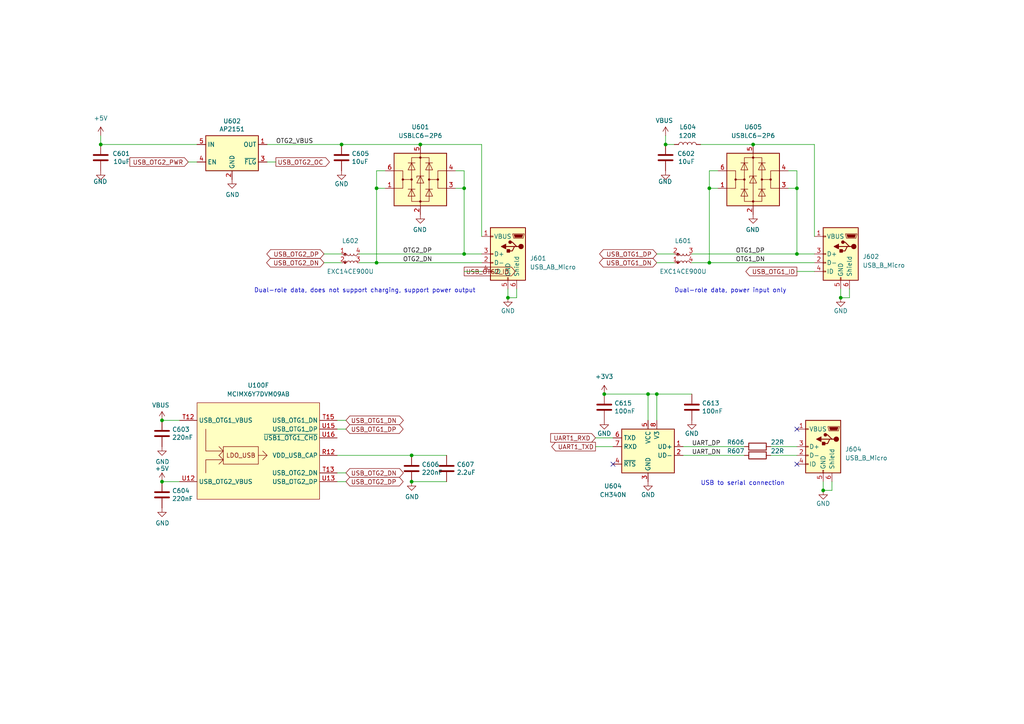
<source format=kicad_sch>
(kicad_sch (version 20210621) (generator eeschema)
  (paper "A4")
  (title_block (title "NekoInk Mainboard") (date "2021-09-28") (rev "R0.2") (company "Copyright 2021 Wenting Zhang") (comment 2 "MERCHANTABILITY, SATISFACTORY QUALITY AND FITNESS FOR A PARTICULAR PURPOSE.") (comment 3 "This source is distributed WITHOUT ANY EXPRESS OR IMPLIED WARRANTY, INCLUDING OF") (comment 4 "This source describes Open Hardware and is licensed under the CERN-OHL-P v2."))
  (lib_symbols
    (symbol "Connector:USB_B_Micro" (pin_names (offset 1.016))
      (property "Reference" "J" (at -5.08 11.43 0))
      (property "Value" "USB_B_Micro" (at -5.08 8.89 0))
      (symbol "USB_B_Micro_1_1"
        (pin power_out line (at 7.62 5.08 180) (length 2.54) (name "VBUS") (number "1"))
        (pin bidirectional line (at 7.62 -2.54 180) (length 2.54) (name "D-") (number "2"))
        (pin bidirectional line (at 7.62 0 180) (length 2.54) (name "D+") (number "3"))
        (pin passive line (at 7.62 -5.08 180) (length 2.54) (name "ID") (number "4"))
        (pin power_out line (at 0 -10.16 90) (length 2.54) (name "GND") (number "5"))
        (pin passive line (at -2.54 -10.16 90) (length 2.54) (name "Shield") (number "6"))
      )
    )
    (symbol "Device:C" (pin_numbers hide) (pin_names (offset 0.254))
      (property "Reference" "C" (at 0.635 2.54 0))
      (property "Value" "C" (at 0.635 -2.54 0))
      (symbol "C_1_1"
        (pin passive line (at 0 3.81 270) (length 2.794) (name "~") (number "1"))
        (pin passive line (at 0 -3.81 90) (length 2.794) (name "~") (number "2"))
      )
    )
    (symbol "Device:L" (pin_numbers hide) (pin_names (offset 1.016) hide)
      (property "Reference" "L" (at -1.27 0 90))
      (property "Value" "L" (at 1.905 0 90))
      (symbol "L_1_1"
        (pin passive line (at 0 3.81 270) (length 1.27) (name "1") (number "1"))
        (pin passive line (at 0 -3.81 90) (length 1.27) (name "2") (number "2"))
      )
    )
    (symbol "Device:L_Coupled_Small_1423" (pin_names (offset 0.254) hide)
      (property "Reference" "L" (at 0 3.175 0))
      (property "Value" "L_Coupled_Small_1423" (at 0 -3.175 0))
      (symbol "L_Coupled_Small_1423_1_1"
        (pin passive line (at -2.54 1.27 0) (length 0.508) (name "1") (number "1"))
        (pin passive line (at -2.54 -1.27 0) (length 0.508) (name "2") (number "2"))
        (pin passive line (at 2.54 -1.27 180) (length 0.508) (name "3") (number "3"))
        (pin passive line (at 2.54 1.27 180) (length 0.508) (name "4") (number "4"))
      )
    )
    (symbol "Device:R" (pin_numbers hide) (pin_names (offset 0))
      (property "Reference" "R" (at 2.032 0 90))
      (property "Value" "R" (at 0 0 90))
      (symbol "R_1_1"
        (pin passive line (at 0 3.81 270) (length 1.27) (name "~") (number "1"))
        (pin passive line (at 0 -3.81 90) (length 1.27) (name "~") (number "2"))
      )
    )
    (symbol "MCIMX6Y7DVM09AB_7"
      (property "Reference" "U" (at 0 0 0))
      (property "Value" "MCIMX6Y7DVM09AB_7" (at 0 -2.54 0))
      (symbol "MCIMX6Y7DVM09AB_7_1_0"
        (text "LDO_1P1" (at 0 -58.42 0) (effects (font (size 1.27 1.27))))
        (text "LDO_2P5" (at 0 -50.8 0) (effects (font (size 1.27 1.27))))
        (text "LDO_ARM_SOC" (at 0 -27.94 0) (effects (font (size 1.27 1.27))))
        (text "LDO_SNVS" (at 0 -66.04 0) (effects (font (size 1.27 1.27))))
      )
      (symbol "MCIMX6Y7DVM09AB_7_1_1"
        (pin power_in line (at -33.02 -73.66 0) (length 5.08) (name "VSS") (number "A1"))
        (pin power_in line (at -33.02 -76.2 0) (length 5.08) (name "VSS") (number "A17"))
        (pin power_in line (at -33.02 -83.82 0) (length 5.08) (name "VSS") (number "C11"))
        (pin power_in line (at -33.02 -86.36 0) (length 5.08) (name "VSS") (number "C15"))
        (pin power_in line (at -33.02 -78.74 0) (length 5.08) (name "VSS") (number "C3"))
        (pin power_in line (at -33.02 -81.28 0) (length 5.08) (name "VSS") (number "C7"))
        (pin power_in line (at -33.02 -91.44 0) (length 5.08) (name "VSS") (number "E11"))
        (pin power_in line (at -33.02 -88.9 0) (length 5.08) (name "VSS") (number "E8"))
        (pin power_in line (at -33.02 -104.14 0) (length 5.08) (name "VSS") (number "F10"))
        (pin power_in line (at -33.02 -106.68 0) (length 5.08) (name "VSS") (number "F11"))
        (pin power_in line (at -33.02 -109.22 0) (length 5.08) (name "VSS") (number "F12"))
        (pin power_in line (at -33.02 -93.98 0) (length 5.08) (name "VSS") (number "F6"))
        (pin power_in line (at -33.02 -96.52 0) (length 5.08) (name "VSS") (number "F7"))
        (pin power_in line (at -33.02 -99.06 0) (length 5.08) (name "VSS") (number "F8"))
        (pin power_in line (at -33.02 -101.6 0) (length 5.08) (name "VSS") (number "F9"))
        (pin power_out line (at 33.02 -12.7 180) (length 5.08) (name "VDD_ARM_CAP") (number "G10"))
        (pin power_out line (at 33.02 -15.24 180) (length 5.08) (name "VDD_ARM_CAP") (number "G11"))
        (pin power_in line (at -33.02 -119.38 0) (length 5.08) (name "VSS") (number "G12"))
        (pin power_in line (at -33.02 -121.92 0) (length 5.08) (name "VSS") (number "G15"))
        (pin power_in line (at -33.02 -111.76 0) (length 5.08) (name "VSS") (number "G3"))
        (pin power_in line (at -33.02 -114.3 0) (length 5.08) (name "VSS") (number "G5"))
        (pin power_in line (at -33.02 -116.84 0) (length 5.08) (name "VSS") (number "G7"))
        (pin power_out line (at 33.02 -22.86 180) (length 5.08) (name "VDD_SOC_CAP") (number "G8"))
        (pin power_out line (at 33.02 -10.16 180) (length 5.08) (name "VDD_ARM_CAP") (number "G9"))
        (pin power_in line (at -33.02 -25.4 0) (length 5.08) (name "VDD_SOC_IN") (number "H10"))
        (pin power_out line (at 33.02 -17.78 180) (length 5.08) (name "VDD_ARM_CAP") (number "H11"))
        (pin power_in line (at -33.02 -127 0) (length 5.08) (name "VSS") (number "H12"))
        (pin power_in line (at -33.02 -124.46 0) (length 5.08) (name "VSS") (number "H7"))
        (pin power_out line (at 33.02 -25.4 180) (length 5.08) (name "VDD_SOC_CAP") (number "H8"))
        (pin power_in line (at -33.02 -22.86 0) (length 5.08) (name "VDD_SOC_IN") (number "H9"))
        (pin power_in line (at -33.02 -30.48 0) (length 5.08) (name "VDD_SOC_IN") (number "J10"))
        (pin power_out line (at 33.02 -30.48 180) (length 5.08) (name "VDD_SOC_CAP") (number "J11"))
        (pin power_out line (at 33.02 -127 180) (length 5.08) (name "VSS") (number "J12"))
        (pin power_in line (at -33.02 -129.54 0) (length 5.08) (name "VSS") (number "J5"))
        (pin power_out line (at 33.02 -129.54 180) (length 5.08) (name "VSS") (number "J7"))
        (pin power_out line (at 33.02 -27.94 180) (length 5.08) (name "VDD_SOC_CAP") (number "J8"))
        (pin power_in line (at -33.02 -27.94 0) (length 5.08) (name "VDD_SOC_IN") (number "J9"))
        (pin power_in line (at -33.02 -35.56 0) (length 5.08) (name "VDD_SOC_IN") (number "K10"))
        (pin power_out line (at 33.02 -35.56 180) (length 5.08) (name "VDD_SOC_CAP") (number "K11"))
        (pin power_out line (at 33.02 -121.92 180) (length 5.08) (name "VSS") (number "K12"))
        (pin power_out line (at 33.02 -124.46 180) (length 5.08) (name "VSS") (number "K7"))
        (pin power_out line (at 33.02 -33.02 180) (length 5.08) (name "VDD_SOC_CAP") (number "K8"))
        (pin power_in line (at -33.02 -33.02 0) (length 5.08) (name "VDD_SOC_IN") (number "K9"))
        (pin power_out line (at 33.02 -43.18 180) (length 5.08) (name "VDD_SOC_CAP") (number "L10"))
        (pin power_out line (at 33.02 -45.72 180) (length 5.08) (name "VDD_SOC_CAP") (number "L11"))
        (pin power_out line (at 33.02 -114.3 180) (length 5.08) (name "VSS") (number "L12"))
        (pin power_out line (at 33.02 -119.38 180) (length 5.08) (name "VSS") (number "L3"))
        (pin power_out line (at 33.02 -116.84 180) (length 5.08) (name "VSS") (number "L7"))
        (pin power_out line (at 33.02 -38.1 180) (length 5.08) (name "VDD_SOC_CAP") (number "L8"))
        (pin power_out line (at 33.02 -40.64 180) (length 5.08) (name "VDD_SOC_CAP") (number "L9"))
        (pin power_out line (at 33.02 -104.14 180) (length 5.08) (name "VSS") (number "M10"))
        (pin power_out line (at 33.02 -101.6 180) (length 5.08) (name "VSS") (number "M11"))
        (pin power_in line (at -33.02 -71.12 0) (length 5.08) (name "NGND_KEL0") (number "M12"))
        (pin power_out line (at 33.02 -111.76 180) (length 5.08) (name "VSS") (number "M7"))
        (pin power_out line (at 33.02 -109.22 180) (length 5.08) (name "VSS") (number "M8"))
        (pin power_out line (at 33.02 -106.68 180) (length 5.08) (name "VSS") (number "M9"))
        (pin power_out line (at 33.02 -66.04 180) (length 5.08) (name "VDD_SNVS_CAP") (number "N12"))
        (pin power_in line (at -33.02 -50.8 0) (length 5.08) (name "VDD_HIGH_IN") (number "N13"))
        (pin power_out line (at 33.02 -99.06 180) (length 5.08) (name "VSS") (number "N3"))
        (pin power_out line (at 33.02 -96.52 180) (length 5.08) (name "VSS") (number "N5"))
        (pin power_in line (at -33.02 -66.04 0) (length 5.08) (name "VDD_SNVS_IN") (number "P12"))
        (pin power_out line (at 33.02 -58.42 180) (length 5.08) (name "NVCC_PLL") (number "P13"))
        (pin power_out line (at 33.02 -86.36 180) (length 5.08) (name "VSS") (number "R11"))
        (pin power_out line (at 33.02 -50.8 180) (length 5.08) (name "VDD_HIGH_CAP") (number "R14"))
        (pin power_out line (at 33.02 -53.34 180) (length 5.08) (name "VDD_HIGH_CAP") (number "R15"))
        (pin power_out line (at 33.02 -83.82 180) (length 5.08) (name "VSS") (number "R16"))
        (pin power_out line (at 33.02 -81.28 180) (length 5.08) (name "VSS") (number "R17"))
        (pin power_out line (at 33.02 -93.98 180) (length 5.08) (name "VSS") (number "R3"))
        (pin power_out line (at 33.02 -91.44 180) (length 5.08) (name "VSS") (number "R5"))
        (pin power_out line (at 33.02 -88.9 180) (length 5.08) (name "VSS") (number "R7"))
        (pin power_out line (at 33.02 -78.74 180) (length 5.08) (name "VSS") (number "T14"))
        (pin power_out line (at 33.02 -76.2 180) (length 5.08) (name "VSS") (number "U1"))
        (pin power_out line (at 33.02 -73.66 180) (length 5.08) (name "VSS") (number "U14"))
        (pin power_out line (at 33.02 -71.12 180) (length 5.08) (name "VSS") (number "U17"))
      )
      (symbol "MCIMX6Y7DVM09AB_7_2_1"
        (text "NVCC_GPIO" (at 7.62 -16.51 900) (effects (font (size 1.27 1.27))))
        (text "NVCC_PLL" (at -10.16 -66.04 900) (effects (font (size 1.27 1.27))))
        (text "NVCC_UART" (at 5.08 -71.12 900) (effects (font (size 1.27 1.27))))
        (text "VDD_SNVS_CAP" (at -5.08 -78.74 900) (effects (font (size 1.27 1.27))))
        (text "VDD_SNVS_IN" (at -2.54 -33.02 900) (effects (font (size 1.27 1.27))))
        (text "VDDHIGH_CAP" (at 7.62 -33.02 900) (effects (font (size 1.27 1.27))))
        (text "VDDHIGH_IN" (at -10.16 -91.44 900) (effects (font (size 1.27 1.27))))
        (pin output line (at 27.94 -91.44 180) (length 5.08) (name "UART5_TX_DATA") (number "F17"))
        (pin input line (at 27.94 -93.98 180) (length 5.08) (name "UART5_RX_DATA") (number "G13"))
        (pin output line (at 27.94 -78.74 180) (length 5.08) (name "~{UART3_RTS}") (number "G14"))
        (pin input line (at 27.94 -86.36 180) (length 5.08) (name "UART4_RX_DATA") (number "G16"))
        (pin output line (at 27.94 -83.82 180) (length 5.08) (name "UART4_TX_DATA") (number "G17"))
        (pin power_in line (at 27.94 -40.64 180) (length 5.08) (name "NVCC_UART") (number "H13"))
        (pin output line (at 27.94 -66.04 180) (length 5.08) (name "~{UART2_RTS}") (number "H14"))
        (pin output line (at 27.94 -76.2 180) (length 5.08) (name "~{UART3_CTS}") (number "H15"))
        (pin input line (at 27.94 -73.66 180) (length 5.08) (name "UART3_RX_DATA") (number "H16"))
        (pin output line (at 27.94 -71.12 180) (length 5.08) (name "UART3_TX_DATA") (number "H17"))
        (pin output line (at 27.94 -53.34 180) (length 5.08) (name "~{UART1_RTS}") (number "J14"))
        (pin output line (at 27.94 -63.5 180) (length 5.08) (name "~{UART1_CTS}") (number "J15"))
        (pin input line (at 27.94 -60.96 180) (length 5.08) (name "UART2_RX_DATA") (number "J16"))
        (pin output line (at 27.94 -58.42 180) (length 5.08) (name "UART2_TX_DATA") (number "J17"))
        (pin output line (at 27.94 -45.72 180) (length 5.08) (name "UART1_TX_DATA") (number "K14"))
        (pin output line (at 27.94 -50.8 180) (length 5.08) (name "~{UART1_CTS}") (number "K15"))
        (pin input line (at 27.94 -48.26 180) (length 5.08) (name "UART1_RX_DATA") (number "K16"))
        (pin input line (at 27.94 -10.16 180) (length 5.08) (name "JTAG_TCK") (number "M14"))
        (pin input line (at -27.94 -45.72 0) (length 5.08) (name "SNVS_TAMPER7") (number "N10"))
        (pin input line (at -27.94 -43.18 0) (length 5.08) (name "SNVS_TAMPER6") (number "N11"))
        (pin input line (at 27.94 -20.32 180) (length 5.08) (name "~{JTAG_TRST}") (number "N14"))
        (pin output line (at 27.94 -17.78 180) (length 5.08) (name "JTAG_TDO") (number "N15"))
        (pin input line (at 27.94 -15.24 180) (length 5.08) (name "JTAG_TDI") (number "N16"))
        (pin input line (at -27.94 -22.86 0) (length 5.08) (name "TEST_MODE") (number "N7"))
        (pin input line (at -27.94 -40.64 0) (length 5.08) (name "SNVS_TAMPER5") (number "N8"))
        (pin input line (at -27.94 -48.26 0) (length 5.08) (name "SNVS_TAMPER8") (number "N9"))
        (pin input line (at -27.94 -35.56 0) (length 5.08) (name "SNVS_TAMPER3") (number "P10"))
        (pin input line (at -27.94 -33.02 0) (length 5.08) (name "SNVS_TAMPER2") (number "P11"))
        (pin input line (at 27.94 -12.7 180) (length 5.08) (name "JTAG_TMS") (number "P14"))
        (pin input line (at 27.94 -22.86 180) (length 5.08) (name "JTAG_MOD") (number "P15"))
        (pin output line (at 27.94 -30.48 180) (length 5.08) (name "CCM_CLK1_N") (number "P16"))
        (pin output line (at 27.94 -33.02 180) (length 5.08) (name "CCM_CLK1_P") (number "P17"))
        (pin input line (at -27.94 -12.7 0) (length 5.08) (name "POR") (number "P8"))
        (pin input line (at -27.94 -38.1 0) (length 5.08) (name "SNVS_TAMPER4") (number "P9"))
        (pin input line (at -27.94 -27.94 0) (length 5.08) (name "SNVS_TAMPER0") (number "R10"))
        (pin input line (at -27.94 -91.44 0) (length 5.08) (name "GPANAIO") (number "R13"))
        (pin input line (at -27.94 -50.8 0) (length 5.08) (name "SNVS_TAMPER9") (number "R6"))
        (pin input line (at -27.94 -10.16 0) (length 5.08) (name "ONOFF") (number "R8"))
        (pin input line (at -27.94 -30.48 0) (length 5.08) (name "SNVS_TAMPER1") (number "R9"))
        (pin input line (at -27.94 -17.78 0) (length 5.08) (name "BOOT_MODE0") (number "T10"))
        (pin input line (at -27.94 -78.74 0) (length 5.08) (name "RTC_XTALI") (number "T11"))
        (pin input line (at -27.94 -66.04 0) (length 5.08) (name "XTALI") (number "T16"))
        (pin output line (at -27.94 -68.58 0) (length 5.08) (name "XTALO") (number "T17"))
        (pin input line (at -27.94 -58.42 0) (length 5.08) (name "SNVS_PMIC_ON_REQ") (number "T9"))
        (pin input line (at -27.94 -20.32 0) (length 5.08) (name "BOOT_MODE1") (number "U10"))
        (pin output line (at -27.94 -81.28 0) (length 5.08) (name "RTC_XTALO") (number "U11"))
        (pin input line (at -27.94 -55.88 0) (length 5.08) (name "CCM_PMIC_STBY_REQ") (number "U9"))
      )
      (symbol "MCIMX6Y7DVM09AB_7_3_1"
        (pin output line (at 20.32 -71.12 180) (length 5.08) (name "DRAM_ODT1") (number "F1"))
        (pin output line (at -20.32 -45.72 0) (length 5.08) (name "DRAM_ADDR14") (number "G1"))
        (pin output line (at -20.32 -25.4 0) (length 5.08) (name "DRAM_ADDR6") (number "G2"))
        (pin output line (at -20.32 -88.9 0) (length 5.08) (name "DRAM_RESET") (number "G4"))
        (pin power_in line (at 20.32 -88.9 180) (length 5.08) (name "NVCC_DRAM") (number "G6"))
        (pin output line (at -20.32 -55.88 0) (length 5.08) (name "DRAM_SDBA1") (number "H1"))
        (pin output line (at -20.32 -12.7 0) (length 5.08) (name "DRAM_ADDR1") (number "H2"))
        (pin output line (at -20.32 -43.18 0) (length 5.08) (name "DRAM_ADDR13") (number "H3"))
        (pin output line (at -20.32 -27.94 0) (length 5.08) (name "DRAM_ADDR7") (number "H4"))
        (pin output line (at -20.32 -66.04 0) (length 5.08) (name "~{DRAM_CS1}") (number "H5"))
        (pin power_in line (at 20.32 -91.44 180) (length 5.08) (name "NVCC_DRAM") (number "H6"))
        (pin output line (at -20.32 -76.2 0) (length 5.08) (name "~{DRAM_SDWE}") (number "J1"))
        (pin output line (at -20.32 -73.66 0) (length 5.08) (name "~{DRAM_CAS}") (number "J2"))
        (pin output line (at 20.32 -78.74 180) (length 5.08) (name "DRAM_SDCKE1") (number "J3"))
        (pin output line (at -20.32 -30.48 0) (length 5.08) (name "DRAM_ADDR8") (number "J4"))
        (pin power_in line (at 20.32 -93.98 180) (length 5.08) (name "NVCC_DRAM") (number "J6"))
        (pin output line (at -20.32 -15.24 0) (length 5.08) (name "DRAM_ADDR2") (number "K1"))
        (pin output line (at -20.32 -58.42 0) (length 5.08) (name "DRAM_SDBA2") (number "K2"))
        (pin output line (at -20.32 -38.1 0) (length 5.08) (name "DRAM_ADDR11") (number "K3"))
        (pin output line (at -20.32 -20.32 0) (length 5.08) (name "DRAM_ADDR4") (number "K4"))
        (pin output line (at -20.32 -48.26 0) (length 5.08) (name "DRAM_ADDR15") (number "K5"))
        (pin power_in line (at 20.32 -96.52 180) (length 5.08) (name "NVCC_DRAM") (number "K6"))
        (pin output line (at -20.32 -22.86 0) (length 5.08) (name "DRAM_ADDR5") (number "L1"))
        (pin output line (at -20.32 -33.02 0) (length 5.08) (name "DRAM_ADDR9") (number "L2"))
        (pin output line (at -20.32 -40.64 0) (length 5.08) (name "DRAM_ADDR12") (number "L4"))
        (pin output line (at -20.32 -10.16 0) (length 5.08) (name "DRAM_ADDR0") (number "L5"))
        (pin power_in line (at 20.32 -99.06 180) (length 5.08) (name "NVCC_DRAM") (number "L6"))
        (pin output line (at -20.32 -53.34 0) (length 5.08) (name "DRAM_SDBA0") (number "M1"))
        (pin output line (at -20.32 -17.78 0) (length 5.08) (name "DRAM_ADDR3") (number "M2"))
        (pin output line (at 20.32 -81.28 180) (length 5.08) (name "DRAM_SDCKE0") (number "M3"))
        (pin output line (at -20.32 -35.56 0) (length 5.08) (name "DRAM_ADDR10") (number "M4"))
        (pin output line (at -20.32 -71.12 0) (length 5.08) (name "~{DRAM_RAS}") (number "M5"))
        (pin power_in line (at 20.32 -101.6 180) (length 5.08) (name "NVCC_DRAM") (number "M6"))
        (pin output line (at 20.32 -73.66 180) (length 5.08) (name "DRAM_ODT0") (number "N1"))
        (pin output line (at -20.32 -63.5 0) (length 5.08) (name "~{DRAM_CS0}") (number "N2"))
        (pin output line (at -20.32 -93.98 0) (length 5.08) (name "DRAM_ZQPAD") (number "N4"))
        (pin power_in line (at -20.32 -99.06 0) (length 5.08) (name "NVCC_DRAM_2P5") (number "N6"))
        (pin output line (at -20.32 -81.28 0) (length 5.08) (name "DRAM_SDCLK0_P") (number "P1"))
        (pin output line (at -20.32 -83.82 0) (length 5.08) (name "DRAM_SDCLK0_N") (number "P2"))
        (pin bidirectional line (at 20.32 -53.34 180) (length 5.08) (name "DRAM_DATA13") (number "P3"))
        (pin power_in line (at -20.32 -101.6 0) (length 5.08) (name "DRAM_VREF") (number "P4"))
        (pin bidirectional line (at 20.32 -50.8 180) (length 5.08) (name "DRAM_DATA12") (number "P5"))
        (pin output line (at 20.32 -30.48 180) (length 5.08) (name "DRAM_SDQS0_P") (number "P6"))
        (pin output line (at 20.32 -33.02 180) (length 5.08) (name "DRAM_SDQS0_N") (number "P7"))
        (pin bidirectional line (at 20.32 -58.42 180) (length 5.08) (name "DRAM_DATA15") (number "R1"))
        (pin bidirectional line (at 20.32 -55.88 180) (length 5.08) (name "DRAM_DATA14") (number "R2"))
        (pin bidirectional line (at 20.32 -48.26 180) (length 5.08) (name "DRAM_DATA11") (number "R4"))
        (pin output line (at 20.32 -60.96 180) (length 5.08) (name "DRAM_SDQS1_P") (number "T1"))
        (pin output line (at 20.32 -63.5 180) (length 5.08) (name "DRAM_SDQS1_N") (number "T2"))
        (pin output line (at 20.32 -66.04 180) (length 5.08) (name "DRAM_DQM1") (number "T3"))
        (pin bidirectional line (at 20.32 -10.16 180) (length 5.08) (name "DRAM_DATA0") (number "T4"))
        (pin bidirectional line (at 20.32 -25.4 180) (length 5.08) (name "DRAM_DATA6") (number "T5"))
        (pin bidirectional line (at 20.32 -15.24 180) (length 5.08) (name "DRAM_DATA2") (number "T6"))
        (pin output line (at 20.32 -35.56 180) (length 5.08) (name "DRAM_DQM0") (number "T7"))
        (pin bidirectional line (at 20.32 -22.86 180) (length 5.08) (name "DRAM_DATA5") (number "T8"))
        (pin bidirectional line (at 20.32 -40.64 180) (length 5.08) (name "DRAM_DATA8") (number "U2"))
        (pin bidirectional line (at 20.32 -43.18 180) (length 5.08) (name "DRAM_DATA9") (number "U3"))
        (pin bidirectional line (at 20.32 -27.94 180) (length 5.08) (name "DRAM_DATA7") (number "U4"))
        (pin bidirectional line (at 20.32 -45.72 180) (length 5.08) (name "DRAM_DATA10") (number "U5"))
        (pin bidirectional line (at 20.32 -12.7 180) (length 5.08) (name "DRAM_DATA1") (number "U6"))
        (pin bidirectional line (at 20.32 -17.78 180) (length 5.08) (name "DRAM_DATA3") (number "U7"))
        (pin bidirectional line (at 20.32 -20.32 180) (length 5.08) (name "DRAM_DATA4") (number "U8"))
      )
      (symbol "MCIMX6Y7DVM09AB_7_4_1"
        (pin bidirectional line (at 20.32 -43.18 180) (length 5.08) (name "LCD_DATA6") (number "A10"))
        (pin bidirectional line (at 20.32 -50.8 180) (length 5.08) (name "LCD_DATA9") (number "A11"))
        (pin bidirectional line (at 20.32 -63.5 180) (length 5.08) (name "LCD_DATA14") (number "A12"))
        (pin bidirectional line (at 20.32 -73.66 180) (length 5.08) (name "LCD_DATA18") (number "A13"))
        (pin bidirectional line (at 20.32 -83.82 180) (length 5.08) (name "LCD_DATA22") (number "A14"))
        (pin bidirectional line (at 20.32 -10.16 180) (length 5.08) (name "LCD_CLK") (number "A8"))
        (pin bidirectional line (at 20.32 -30.48 180) (length 5.08) (name "LCD_DATA1") (number "A9"))
        (pin bidirectional line (at 20.32 -40.64 180) (length 5.08) (name "LCD_DATA5") (number "B10"))
        (pin bidirectional line (at 20.32 -48.26 180) (length 5.08) (name "LCD_DATA8") (number "B11"))
        (pin bidirectional line (at 20.32 -60.96 180) (length 5.08) (name "LCD_DATA13") (number "B12"))
        (pin bidirectional line (at 20.32 -71.12 180) (length 5.08) (name "LCD_DATA17") (number "B13"))
        (pin bidirectional line (at 20.32 -81.28 180) (length 5.08) (name "LCD_DATA21") (number "B14"))
        (pin bidirectional line (at 20.32 -86.36 180) (length 5.08) (name "LCD_DATA23") (number "B16"))
        (pin bidirectional line (at 20.32 -15.24 180) (length 5.08) (name "LCD_ENABLE") (number "B8"))
        (pin bidirectional line (at 20.32 -27.94 180) (length 5.08) (name "LCD_DATA0") (number "B9"))
        (pin bidirectional line (at 20.32 -38.1 180) (length 5.08) (name "LCD_DATA4") (number "C10"))
        (pin bidirectional line (at 20.32 -58.42 180) (length 5.08) (name "LCD_DATA12") (number "C12"))
        (pin bidirectional line (at 20.32 -68.58 180) (length 5.08) (name "LCD_DATA16") (number "C13"))
        (pin bidirectional line (at 20.32 -78.74 180) (length 5.08) (name "LCD_DATA20") (number "C14"))
        (pin bidirectional line (at 20.32 -20.32 180) (length 5.08) (name "LCD_VSYNC") (number "C9"))
        (pin bidirectional line (at 20.32 -35.56 180) (length 5.08) (name "LCD_DATA3") (number "D10"))
        (pin bidirectional line (at 20.32 -45.72 180) (length 5.08) (name "LCD_DATA7") (number "D11"))
        (pin bidirectional line (at 20.32 -55.88 180) (length 5.08) (name "LCD_DATA11") (number "D12"))
        (pin bidirectional line (at 20.32 -66.04 180) (length 5.08) (name "LCD_DATA15") (number "D13"))
        (pin bidirectional line (at 20.32 -76.2 180) (length 5.08) (name "LCD_DATA19") (number "D14"))
        (pin bidirectional line (at 20.32 -17.78 180) (length 5.08) (name "LCD_HSYNC") (number "D9"))
        (pin bidirectional line (at 20.32 -33.02 180) (length 5.08) (name "LCD_DATA2") (number "E10"))
        (pin bidirectional line (at 20.32 -53.34 180) (length 5.08) (name "LCD_DATA10") (number "E12"))
        (pin power_in line (at -20.32 -10.16 0) (length 5.08) (name "NVCC_LCD") (number "E13"))
        (pin bidirectional line (at 20.32 -22.86 180) (length 5.08) (name "LCD_RESET") (number "E9"))
      )
      (symbol "MCIMX6Y7DVM09AB_7_5_1"
        (pin bidirectional line (at 17.78 -43.18 180) (length 5.08) (name "CSI_DATA7") (number "D1"))
        (pin bidirectional line (at 17.78 -40.64 180) (length 5.08) (name "CSI_DATA6") (number "D2"))
        (pin bidirectional line (at 17.78 -38.1 180) (length 5.08) (name "CSI_DATA5") (number "D3"))
        (pin bidirectional line (at 17.78 -35.56 180) (length 5.08) (name "CSI_DATA4") (number "D4"))
        (pin bidirectional line (at 17.78 -33.02 180) (length 5.08) (name "CSI_DATA3") (number "E1"))
        (pin bidirectional line (at 17.78 -30.48 180) (length 5.08) (name "CSI_DATA2") (number "E2"))
        (pin bidirectional line (at 17.78 -27.94 180) (length 5.08) (name "CSI_DATA1") (number "E3"))
        (pin bidirectional line (at 17.78 -25.4 180) (length 5.08) (name "CSI_DATA0") (number "E4"))
        (pin bidirectional line (at 17.78 -12.7 180) (length 5.08) (name "CSI_PIXCLK") (number "E5"))
        (pin bidirectional line (at 17.78 -17.78 180) (length 5.08) (name "CSI_VSYNC") (number "F2"))
        (pin bidirectional line (at 17.78 -20.32 180) (length 5.08) (name "CSI_HSYNC") (number "F3"))
        (pin power_in line (at -17.78 -10.16 0) (length 5.08) (name "NVCC_CSI") (number "F4"))
        (pin bidirectional line (at 17.78 -10.16 180) (length 5.08) (name "CSI_MCLK") (number "F5"))
      )
      (symbol "MCIMX6Y7DVM09AB_7_6_1"
        (text "LDO_USB" (at -5.08 -20.32 0) (effects (font (size 1.27 1.27))))
        (pin bidirectional line (at 22.86 -20.32 180) (length 5.08) (name "VDD_USB_CAP") (number "R12"))
        (pin power_in line (at -22.86 -10.16 0) (length 5.08) (name "USB_OTG1_VBUS") (number "T12"))
        (pin bidirectional line (at 22.86 -25.4 180) (length 5.08) (name "USB_OTG2_DN") (number "T13"))
        (pin bidirectional line (at 22.86 -10.16 180) (length 5.08) (name "USB_OTG1_DN") (number "T15"))
        (pin power_in line (at -22.86 -27.94 0) (length 5.08) (name "USB_OTG2_VBUS") (number "U12"))
        (pin bidirectional line (at 22.86 -27.94 180) (length 5.08) (name "USB_OTG2_DP") (number "U13"))
        (pin bidirectional line (at 22.86 -12.7 180) (length 5.08) (name "USB_OTG1_DP") (number "U15"))
        (pin bidirectional line (at 22.86 -15.24 180) (length 5.08) (name "~{USB1_OTG1_CHD}") (number "U16"))
      )
      (symbol "MCIMX6Y7DVM09AB_7_7_1"
        (pin power_in line (at -17.78 -10.16 0) (length 5.08) (name "VDDA_ADC_3P3") (number "L13"))
        (pin power_in line (at -17.78 -15.24 0) (length 5.08) (name "ADC_VREFH") (number "M13"))
      )
      (symbol "MCIMX6Y7DVM09AB_7_8_1"
        (pin bidirectional line (at 20.32 -33.02 180) (length 5.08) (name "ENET2_TXD0") (number "A15"))
        (pin bidirectional line (at 20.32 -35.56 180) (length 5.08) (name "ENET2_TXD1") (number "A16"))
        (pin bidirectional line (at 20.32 -38.1 180) (length 5.08) (name "ENET2_TX_EN") (number "B15"))
        (pin bidirectional line (at 20.32 -50.8 180) (length 5.08) (name "ENET2_RX_EN") (number "B17"))
        (pin bidirectional line (at 20.32 -45.72 180) (length 5.08) (name "ENET_RX_DATA1") (number "C16"))
        (pin bidirectional line (at 20.32 -43.18 180) (length 5.08) (name "ENET_RX_DATA0") (number "C17"))
        (pin bidirectional line (at 20.32 -25.4 180) (length 5.08) (name "ENET1_RX_ER") (number "D15"))
        (pin bidirectional line (at 20.32 -48.26 180) (length 5.08) (name "ENET2_RX_ER") (number "D16"))
        (pin bidirectional line (at 20.32 -40.64 180) (length 5.08) (name "ENET2_TX_CLK") (number "D17"))
        (pin bidirectional line (at 20.32 -12.7 180) (length 5.08) (name "ENET1_TX_DATA1") (number "E14"))
        (pin bidirectional line (at 20.32 -10.16 180) (length 5.08) (name "ENET1_TX_DATA0") (number "E15"))
        (pin bidirectional line (at 20.32 -27.94 180) (length 5.08) (name "ENET1_RX_EN") (number "E16"))
        (pin bidirectional line (at 20.32 -22.86 180) (length 5.08) (name "ENET1_RX_DATA1") (number "E17"))
        (pin power_in line (at -20.32 -10.16 0) (length 5.08) (name "NVCC_ENET") (number "F13"))
        (pin bidirectional line (at 20.32 -17.78 180) (length 5.08) (name "ENET1_TX_CLK") (number "F14"))
        (pin bidirectional line (at 20.32 -15.24 180) (length 5.08) (name "ENET1_TX_EN") (number "F15"))
        (pin bidirectional line (at 20.32 -20.32 180) (length 5.08) (name "ENET1_RX_DATA0") (number "F16"))
      )
      (symbol "MCIMX6Y7DVM09AB_7_9_1"
        (pin bidirectional line (at 17.78 -25.4 180) (length 5.08) (name "SD1_DATA3") (number "A2"))
        (pin bidirectional line (at 17.78 -22.86 180) (length 5.08) (name "SD1_DATA2") (number "B1"))
        (pin bidirectional line (at 17.78 -20.32 180) (length 5.08) (name "SD1_DATA1") (number "B2"))
        (pin bidirectional line (at 17.78 -17.78 180) (length 5.08) (name "SD1_DATA0") (number "B3"))
        (pin bidirectional line (at 17.78 -10.16 180) (length 5.08) (name "SD1_CLK") (number "C1"))
        (pin bidirectional line (at 17.78 -12.7 180) (length 5.08) (name "SD1_CMD") (number "C2"))
        (pin power_in line (at -17.78 -10.16 0) (length 5.08) (name "NVCC_SD1") (number "C4"))
      )
      (symbol "MCIMX6Y7DVM09AB_7_10_1"
        (pin bidirectional line (at 17.78 -30.48 180) (length 5.08) (name "~{NAND_READY}") (number "A3"))
        (pin bidirectional line (at 17.78 -20.32 180) (length 5.08) (name "NAND_CLE") (number "A4"))
        (pin bidirectional line (at 17.78 -55.88 180) (length 5.08) (name "NAND_DATA7") (number "A5"))
        (pin bidirectional line (at 17.78 -53.34 180) (length 5.08) (name "NAND_DATA6") (number "A6"))
        (pin bidirectional line (at 17.78 -43.18 180) (length 5.08) (name "NAND_DATA2") (number "A7"))
        (pin bidirectional line (at 17.78 -17.78 180) (length 5.08) (name "NAND_ALE") (number "B4"))
        (pin bidirectional line (at 17.78 -12.7 180) (length 5.08) (name "~{NAND_CE1}") (number "B5"))
        (pin bidirectional line (at 17.78 -50.8 180) (length 5.08) (name "NAND_DATA5") (number "B6"))
        (pin bidirectional line (at 17.78 -40.64 180) (length 5.08) (name "NAND_DATA1") (number "B7"))
        (pin bidirectional line (at 17.78 -10.16 180) (length 5.08) (name "~{NAND_CE0}") (number "C5"))
        (pin bidirectional line (at 17.78 -48.26 180) (length 5.08) (name "NAND_DATA4") (number "C6"))
        (pin bidirectional line (at 17.78 -25.4 180) (length 5.08) (name "~{NAND_WE}") (number "C8"))
        (pin bidirectional line (at 17.78 -27.94 180) (length 5.08) (name "~{NAND_WP}") (number "D5"))
        (pin bidirectional line (at 17.78 -45.72 180) (length 5.08) (name "NAND_DATA3") (number "D6"))
        (pin bidirectional line (at 17.78 -38.1 180) (length 5.08) (name "NAND_DATA0") (number "D7"))
        (pin bidirectional line (at 17.78 -22.86 180) (length 5.08) (name "~{NAND_RE}") (number "D8"))
        (pin bidirectional line (at 17.78 -33.02 180) (length 5.08) (name "NAND_DQS") (number "E6"))
        (pin power_in line (at -17.78 -10.16 0) (length 5.08) (name "NVCC_NAND") (number "E7"))
      )
      (symbol "MCIMX6Y7DVM09AB_7_11_1"
        (pin power_in line (at -17.78 -10.16 0) (length 5.08) (name "NVCC_GPIO") (number "J13"))
        (pin bidirectional line (at 17.78 -10.16 180) (length 5.08) (name "GPIO1_IO0") (number "K13"))
        (pin bidirectional line (at 17.78 -25.4 180) (length 5.08) (name "GPIO1_IO6") (number "K17"))
        (pin bidirectional line (at 17.78 -15.24 180) (length 5.08) (name "GPIO1_IO2") (number "L14"))
        (pin bidirectional line (at 17.78 -12.7 180) (length 5.08) (name "GPIO1_IO1") (number "L15"))
        (pin bidirectional line (at 17.78 -27.94 180) (length 5.08) (name "GPIO1_IO7") (number "L16"))
        (pin bidirectional line (at 17.78 -17.78 180) (length 5.08) (name "GPIO1_IO3") (number "L17"))
        (pin bidirectional line (at 17.78 -33.02 180) (length 5.08) (name "GPIO1_IO9") (number "M15"))
        (pin bidirectional line (at 17.78 -20.32 180) (length 5.08) (name "GPIO1_IO4") (number "M16"))
        (pin bidirectional line (at 17.78 -22.86 180) (length 5.08) (name "GPIO1_IO5") (number "M17"))
        (pin bidirectional line (at 17.78 -30.48 180) (length 5.08) (name "GPIO1_IO8") (number "N17"))
      )
    )
    (symbol "Power_Management:AP2171W"
      (property "Reference" "U" (at -7.62 -6.35 0))
      (property "Value" "AP2171W" (at -7.62 6.35 0))
      (symbol "AP2171W_1_1"
        (pin power_out line (at 10.16 2.54 180) (length 2.54) (name "OUT") (number "1"))
        (pin power_in line (at 0 -7.62 90) (length 2.54) (name "GND") (number "2"))
        (pin open_collector line (at 10.16 -2.54 180) (length 2.54) (name "~{FLG}") (number "3"))
        (pin input line (at -10.16 -2.54 0) (length 2.54) (name "EN") (number "4"))
        (pin power_in line (at -10.16 2.54 0) (length 2.54) (name "IN") (number "5"))
      )
    )
    (symbol "Power_Protection:USBLC6-2P6" (pin_names hide)
      (property "Reference" "U" (at 2.54 8.89 0))
      (property "Value" "USBLC6-2P6" (at 2.54 -8.89 0))
      (symbol "USBLC6-2P6_1_1"
        (pin passive line (at -10.16 -2.54 0) (length 2.54) (name "I/O1") (number "1"))
        (pin passive line (at 0 -10.16 90) (length 2.54) (name "GND") (number "2"))
        (pin passive line (at 10.16 -2.54 180) (length 2.54) (name "I/O2") (number "3"))
        (pin passive line (at 10.16 2.54 180) (length 2.54) (name "I/O2") (number "4"))
        (pin passive line (at 0 10.16 270) (length 2.54) (name "VBUS") (number "5"))
        (pin passive line (at -10.16 2.54 0) (length 2.54) (name "I/O1") (number "6"))
      )
    )
    (symbol "power:+3V3" (power) (pin_names (offset 0))
      (property "Value" "+3V3" (at 0 3.556 0))
      (symbol "+3V3_1_1"
        (pin power_in line (at 0 0 90) (length 0) hide (name "+3V3") (number "1"))
      )
    )
    (symbol "power:+5V" (power) (pin_names (offset 0))
      (property "Value" "+5V" (at 0 3.556 0))
      (symbol "+5V_1_1"
        (pin power_in line (at 0 0 90) (length 0) hide (name "+5V") (number "1"))
      )
    )
    (symbol "power:GND" (power) (pin_names (offset 0))
      (property "Value" "GND" (at 0 -3.81 0))
      (symbol "GND_1_1"
        (pin power_in line (at 0 0 270) (length 0) hide (name "GND") (number "1"))
      )
    )
    (symbol "power:VBUS" (power) (pin_names (offset 0))
      (property "Value" "VBUS" (at 0 3.81 0))
      (symbol "VBUS_1_1"
        (pin power_in line (at 0 0 90) (length 0) hide (name "VBUS") (number "1"))
      )
    )
    (symbol "symbols:CH340N"
      (property "Reference" "U" (at -5.08 8.89 0))
      (property "Value" "CH340N" (at 1.27 8.89 0))
      (symbol "CH340N_1_1"
        (pin bidirectional line (at -10.16 2.54 0) (length 2.54) (name "UD+") (number "1"))
        (pin bidirectional line (at -10.16 0 0) (length 2.54) (name "UD-") (number "2"))
        (pin power_in line (at 0 -7.62 90) (length 2.54) (name "GND") (number "3"))
        (pin output line (at 10.16 -2.54 180) (length 2.54) (name "~{RTS}") (number "4"))
        (pin power_in line (at 0 10.16 270) (length 2.54) (name "VCC") (number "5"))
        (pin output line (at 10.16 5.08 180) (length 2.54) (name "TXD") (number "6"))
        (pin input line (at 10.16 2.54 180) (length 2.54) (name "RXD") (number "7"))
        (pin passive line (at -2.54 10.16 270) (length 2.54) (name "V3") (number "8"))
      )
    )
  )
  (junction (at 29.21 41.91) (diameter 0.9144))
  (junction (at 46.99 121.92))
  (junction (at 46.99 139.7) (diameter 0.9144))
  (junction (at 99.06 41.91))
  (junction (at 109.22 54.61) (diameter 0.9144))
  (junction (at 109.22 76.2) (diameter 0.9144))
  (junction (at 119.38 132.08) (diameter 0.9144))
  (junction (at 119.38 139.7) (diameter 0.9144))
  (junction (at 121.92 41.91) (diameter 0.9144))
  (junction (at 134.62 54.61) (diameter 0.9144))
  (junction (at 134.62 73.66) (diameter 0.9144))
  (junction (at 147.32 86.36) (diameter 0.9144))
  (junction (at 175.26 114.3))
  (junction (at 187.96 114.3))
  (junction (at 190.5 114.3))
  (junction (at 193.04 41.91) (diameter 0.9144))
  (junction (at 205.74 54.61) (diameter 0.9144))
  (junction (at 205.74 76.2) (diameter 0.9144))
  (junction (at 218.44 41.91) (diameter 0.9144))
  (junction (at 231.14 54.61) (diameter 0.9144))
  (junction (at 231.14 73.66) (diameter 0.9144))
  (junction (at 238.76 142.24) (diameter 0.9144))
  (junction (at 243.84 86.36) (diameter 0.9144))
  (no_connect (at 177.8 134.62))
  (no_connect (at 231.14 124.46))
  (no_connect (at 231.14 134.62))
  (wire (pts (xy 29.21 39.37) (xy 29.21 41.91)))
  (wire (pts (xy 29.21 41.91) (xy 57.15 41.91)))
  (wire (pts (xy 46.99 121.92) (xy 52.07 121.92)))
  (wire (pts (xy 46.99 139.7) (xy 52.07 139.7)))
  (wire (pts (xy 54.61 46.99) (xy 57.15 46.99)))
  (wire (pts (xy 77.47 41.91) (xy 99.06 41.91)))
  (wire (pts (xy 77.47 46.99) (xy 80.01 46.99)))
  (wire (pts (xy 93.98 73.66) (xy 99.06 73.66)))
  (wire (pts (xy 93.98 76.2) (xy 99.06 76.2)))
  (wire (pts (xy 97.79 121.92) (xy 100.33 121.92)))
  (wire (pts (xy 97.79 124.46) (xy 100.33 124.46)))
  (wire (pts (xy 97.79 132.08) (xy 119.38 132.08)))
  (wire (pts (xy 97.79 137.16) (xy 100.33 137.16)))
  (wire (pts (xy 97.79 139.7) (xy 100.33 139.7)))
  (wire (pts (xy 99.06 41.91) (xy 121.92 41.91)))
  (wire (pts (xy 104.14 73.66) (xy 134.62 73.66)))
  (wire (pts (xy 104.14 76.2) (xy 109.22 76.2)))
  (wire (pts (xy 109.22 49.53) (xy 109.22 54.61)))
  (wire (pts (xy 109.22 54.61) (xy 109.22 76.2)))
  (wire (pts (xy 109.22 76.2) (xy 139.7 76.2)))
  (wire (pts (xy 111.76 49.53) (xy 109.22 49.53)))
  (wire (pts (xy 111.76 54.61) (xy 109.22 54.61)))
  (wire (pts (xy 119.38 132.08) (xy 129.54 132.08)))
  (wire (pts (xy 121.92 41.91) (xy 139.7 41.91)))
  (wire (pts (xy 129.54 139.7) (xy 119.38 139.7)))
  (wire (pts (xy 132.08 49.53) (xy 134.62 49.53)))
  (wire (pts (xy 132.08 54.61) (xy 134.62 54.61)))
  (wire (pts (xy 134.62 49.53) (xy 134.62 54.61)))
  (wire (pts (xy 134.62 54.61) (xy 134.62 73.66)))
  (wire (pts (xy 134.62 73.66) (xy 139.7 73.66)))
  (wire (pts (xy 134.62 78.74) (xy 139.7 78.74)))
  (wire (pts (xy 139.7 41.91) (xy 139.7 68.58)))
  (wire (pts (xy 147.32 83.82) (xy 147.32 86.36)))
  (wire (pts (xy 149.86 83.82) (xy 149.86 86.36)))
  (wire (pts (xy 149.86 86.36) (xy 147.32 86.36)))
  (wire (pts (xy 172.72 127) (xy 177.8 127)))
  (wire (pts (xy 172.72 129.54) (xy 177.8 129.54)))
  (wire (pts (xy 187.96 114.3) (xy 175.26 114.3)))
  (wire (pts (xy 187.96 114.3) (xy 190.5 114.3)))
  (wire (pts (xy 187.96 121.92) (xy 187.96 114.3)))
  (wire (pts (xy 190.5 73.66) (xy 195.58 73.66)))
  (wire (pts (xy 190.5 76.2) (xy 195.58 76.2)))
  (wire (pts (xy 190.5 114.3) (xy 190.5 121.92)))
  (wire (pts (xy 193.04 39.37) (xy 193.04 41.91)))
  (wire (pts (xy 193.04 41.91) (xy 195.58 41.91)))
  (wire (pts (xy 198.12 129.54) (xy 215.9 129.54)))
  (wire (pts (xy 198.12 132.08) (xy 215.9 132.08)))
  (wire (pts (xy 200.66 73.66) (xy 231.14 73.66)))
  (wire (pts (xy 200.66 76.2) (xy 205.74 76.2)))
  (wire (pts (xy 200.66 114.3) (xy 190.5 114.3)))
  (wire (pts (xy 203.2 41.91) (xy 218.44 41.91)))
  (wire (pts (xy 205.74 49.53) (xy 205.74 54.61)))
  (wire (pts (xy 205.74 54.61) (xy 205.74 76.2)))
  (wire (pts (xy 205.74 76.2) (xy 236.22 76.2)))
  (wire (pts (xy 208.28 49.53) (xy 205.74 49.53)))
  (wire (pts (xy 208.28 54.61) (xy 205.74 54.61)))
  (wire (pts (xy 218.44 41.91) (xy 236.22 41.91)))
  (wire (pts (xy 223.52 129.54) (xy 231.14 129.54)))
  (wire (pts (xy 223.52 132.08) (xy 231.14 132.08)))
  (wire (pts (xy 228.6 49.53) (xy 231.14 49.53)))
  (wire (pts (xy 228.6 54.61) (xy 231.14 54.61)))
  (wire (pts (xy 231.14 49.53) (xy 231.14 54.61)))
  (wire (pts (xy 231.14 54.61) (xy 231.14 73.66)))
  (wire (pts (xy 231.14 73.66) (xy 236.22 73.66)))
  (wire (pts (xy 231.14 78.74) (xy 236.22 78.74)))
  (wire (pts (xy 236.22 41.91) (xy 236.22 68.58)))
  (wire (pts (xy 238.76 139.7) (xy 238.76 142.24)))
  (wire (pts (xy 241.3 139.7) (xy 241.3 142.24)))
  (wire (pts (xy 241.3 142.24) (xy 238.76 142.24)))
  (wire (pts (xy 243.84 83.82) (xy 243.84 86.36)))
  (wire (pts (xy 246.38 83.82) (xy 246.38 86.36)))
  (wire (pts (xy 246.38 86.36) (xy 243.84 86.36)))
  (text "Dual-role data, does not support charging, support power output" (at 73.66 85.09 0) (effects (font (size 1.27 1.27)) (justify left bottom)))
  (text "Dual-role data, power input only" (at 195.58 85.09 0) (effects (font (size 1.27 1.27)) (justify left bottom)))
  (text "USB to serial connection" (at 203.2 140.97 0) (effects (font (size 1.27 1.27)) (justify left bottom)))
  (label "OTG2_VBUS" (at 80.01 41.91 0))
  (label "OTG2_DP" (at 116.84 73.66 0))
  (label "OTG2_DN" (at 116.84 76.2 0))
  (label "UART_DP" (at 200.66 129.54 0))
  (label "UART_DN" (at 200.66 132.08 0))
  (label "OTG1_DP" (at 213.36 73.66 0))
  (label "OTG1_DN" (at 213.36 76.2 0))
  (global_label "USB_OTG2_PWR" (shape input) (at 54.61 46.99 180) (property "Intersheet References" "${INTERSHEET_REFS}" (effects hide)))
  (global_label "USB_OTG2_OC" (shape output) (at 80.01 46.99 0) (property "Intersheet References" "${INTERSHEET_REFS}" (effects hide)))
  (global_label "USB_OTG2_DP" (shape bidirectional) (at 93.98 73.66 180) (property "Intersheet References" "${INTERSHEET_REFS}" (effects hide)))
  (global_label "USB_OTG2_DN" (shape bidirectional) (at 93.98 76.2 180) (property "Intersheet References" "${INTERSHEET_REFS}" (effects hide)))
  (global_label "USB_OTG1_DN" (shape bidirectional) (at 100.33 121.92 0) (property "Intersheet References" "${INTERSHEET_REFS}" (effects hide)))
  (global_label "USB_OTG1_DP" (shape bidirectional) (at 100.33 124.46 0) (property "Intersheet References" "${INTERSHEET_REFS}" (effects hide)))
  (global_label "USB_OTG2_DN" (shape bidirectional) (at 100.33 137.16 0) (property "Intersheet References" "${INTERSHEET_REFS}" (effects hide)))
  (global_label "USB_OTG2_DP" (shape bidirectional) (at 100.33 139.7 0) (property "Intersheet References" "${INTERSHEET_REFS}" (effects hide)))
  (global_label "USB_OTG2_ID" (shape output) (at 134.62 78.74 0) (property "Intersheet References" "${INTERSHEET_REFS}" (effects hide)))
  (global_label "UART1_RXD" (shape input) (at 172.72 127 180) (property "Intersheet References" "${INTERSHEET_REFS}" (effects hide)))
  (global_label "UART1_TXD" (shape output) (at 172.72 129.54 180) (property "Intersheet References" "${INTERSHEET_REFS}" (effects hide)))
  (global_label "USB_OTG1_DP" (shape bidirectional) (at 190.5 73.66 180) (property "Intersheet References" "${INTERSHEET_REFS}" (effects hide)))
  (global_label "USB_OTG1_DN" (shape bidirectional) (at 190.5 76.2 180) (property "Intersheet References" "${INTERSHEET_REFS}" (effects hide)))
  (global_label "USB_OTG1_ID" (shape output) (at 231.14 78.74 180) (property "Intersheet References" "${INTERSHEET_REFS}" (effects hide)))
  (symbol (lib_id "power:+5V") (at 29.21 39.37 0) (unit 1)
    (property "Reference" "#PWR0601" (effects hide))
    (property "Value" "+5V" (at 29.21 34.29 0))
  )
  (symbol (lib_id "power:VBUS") (at 46.99 121.92 0) (mirror y) (unit 1)
    (property "Reference" "#PWR0114" (effects hide))
    (property "Value" "VBUS" (at 46.609 117.5258 0))
  )
  (symbol (lib_id "power:+5V") (at 46.99 139.7 0) (unit 1)
    (property "Reference" "#PWR0610" (effects hide))
    (property "Value" "+5V" (at 46.99 135.89 0))
  )
  (symbol (lib_id "power:+3V3") (at 175.26 114.3 0) (unit 1)
    (property "Reference" "#PWR0615" (effects hide))
    (property "Value" "+3V3" (at 175.26 109.22 0))
  )
  (symbol (lib_id "power:VBUS") (at 193.04 39.37 0) (mirror y) (unit 1)
    (property "Reference" "#PWR0606" (effects hide))
    (property "Value" "VBUS" (at 192.659 34.9758 0))
  )
  (symbol (lib_id "power:GND") (at 29.21 49.53 0) (mirror y) (unit 1)
    (property "Reference" "#PWR0602" (effects hide))
    (property "Value" "GND" (at 29.083 52.6542 0))
  )
  (symbol (lib_id "power:GND") (at 46.99 129.54 0) (unit 1)
    (property "Reference" "#PWR0609" (effects hide))
    (property "Value" "GND" (at 47.117 133.9342 0))
  )
  (symbol (lib_id "power:GND") (at 46.99 147.32 0) (unit 1)
    (property "Reference" "#PWR0611" (effects hide))
    (property "Value" "GND" (at 47.117 151.7142 0))
  )
  (symbol (lib_id "power:GND") (at 67.31 52.07 0) (unit 1)
    (property "Reference" "#PWR0612" (effects hide))
    (property "Value" "GND" (at 67.437 56.4642 0))
  )
  (symbol (lib_id "power:GND") (at 99.06 49.53 0) (unit 1)
    (property "Reference" "#PWR0613" (effects hide))
    (property "Value" "GND" (at 99.06 53.34 0))
  )
  (symbol (lib_id "power:GND") (at 119.38 139.7 0) (unit 1)
    (property "Reference" "#PWR0614" (effects hide))
    (property "Value" "GND" (at 119.507 144.0942 0))
  )
  (symbol (lib_id "power:GND") (at 121.92 62.23 0) (mirror y) (unit 1)
    (property "Reference" "#PWR0603" (effects hide))
    (property "Value" "GND" (at 121.793 66.6242 0))
  )
  (symbol (lib_id "power:GND") (at 147.32 86.36 0) (unit 1)
    (property "Reference" "#PWR0604" (effects hide))
    (property "Value" "GND" (at 147.32 90.17 0))
  )
  (symbol (lib_id "power:GND") (at 175.26 121.92 0) (unit 1)
    (property "Reference" "#PWR0616" (effects hide))
    (property "Value" "GND" (at 175.26 125.73 0))
  )
  (symbol (lib_id "power:GND") (at 187.96 139.7 0) (unit 1)
    (property "Reference" "#PWR0617" (effects hide))
    (property "Value" "GND" (at 187.96 143.51 0))
  )
  (symbol (lib_id "power:GND") (at 193.04 49.53 0) (mirror y) (unit 1)
    (property "Reference" "#PWR0607" (effects hide))
    (property "Value" "GND" (at 192.913 52.6542 0))
  )
  (symbol (lib_id "power:GND") (at 200.66 121.92 0) (unit 1)
    (property "Reference" "#PWR0623" (effects hide))
    (property "Value" "GND" (at 200.66 125.73 0))
  )
  (symbol (lib_id "power:GND") (at 218.44 62.23 0) (mirror y) (unit 1)
    (property "Reference" "#PWR0626" (effects hide))
    (property "Value" "GND" (at 218.313 66.6242 0))
  )
  (symbol (lib_id "power:GND") (at 238.76 142.24 0) (unit 1)
    (property "Reference" "#PWR0633" (effects hide))
    (property "Value" "GND" (at 238.76 146.05 0))
  )
  (symbol (lib_id "power:GND") (at 243.84 86.36 0) (unit 1)
    (property "Reference" "#PWR0608" (effects hide))
    (property "Value" "GND" (at 243.84 90.17 0))
  )
  (symbol (lib_id "Device:L") (at 199.39 41.91 90) (unit 1)
    (property "Reference" "L604" (at 201.93 36.83 90) (effects (justify left)))
    (property "Value" "120R" (at 201.93 39.37 90) (effects (justify left)))
    (property "Footprint" "Inductor_SMD:L_0603_1608Metric" (effects hide))
  )
  (symbol (lib_id "Device:L_Coupled_Small_1423") (at 101.6 74.93 0) (unit 1)
    (property "Reference" "L602" (at 101.6 69.85 0))
    (property "Value" "EXC14CE900U" (at 101.6 78.74 0))
    (property "Footprint" "footprints:L_CommonModeChoke_Panasonic_EXC14CE" (effects hide))
  )
  (symbol (lib_id "Device:L_Coupled_Small_1423") (at 198.12 74.93 0) (mirror x) (unit 1)
    (property "Reference" "L601" (at 198.12 69.85 0))
    (property "Value" "EXC14CE900U" (at 198.12 78.74 0))
    (property "Footprint" "footprints:L_CommonModeChoke_Panasonic_EXC14CE" (effects hide))
  )
  (symbol (lib_id "Device:R") (at 219.71 129.54 270) (mirror x) (unit 1)
    (property "Reference" "R606" (at 210.82 128.27 90) (effects (justify left)))
    (property "Value" "22R" (at 223.52 128.27 90) (effects (justify left)))
    (property "Footprint" "Resistor_SMD:R_0402_1005Metric" (effects hide))
  )
  (symbol (lib_id "Device:R") (at 219.71 132.08 270) (mirror x) (unit 1)
    (property "Reference" "R607" (at 210.82 130.81 90) (effects (justify left)))
    (property "Value" "22R" (at 223.52 130.81 90) (effects (justify left)))
    (property "Footprint" "Resistor_SMD:R_0402_1005Metric" (effects hide))
  )
  (symbol (lib_id "Device:C") (at 29.21 45.72 0) (mirror y) (unit 1)
    (property "Reference" "C601" (at 37.719 44.552 0) (effects (justify left)))
    (property "Value" "10uF" (at 37.719 46.863 0) (effects (justify left)))
    (property "Footprint" "Capacitor_SMD:C_0603_1608Metric" (effects hide))
  )
  (symbol (lib_id "Device:C") (at 46.99 125.73 0) (unit 1)
    (property "Reference" "C603" (at 49.911 124.5616 0) (effects (justify left)))
    (property "Value" "220nF" (at 49.911 126.873 0) (effects (justify left)))
    (property "Footprint" "Capacitor_SMD:C_0402_1005Metric" (effects hide))
  )
  (symbol (lib_id "Device:C") (at 46.99 143.51 0) (unit 1)
    (property "Reference" "C604" (at 49.911 142.3416 0) (effects (justify left)))
    (property "Value" "220nF" (at 49.911 144.653 0) (effects (justify left)))
    (property "Footprint" "Capacitor_SMD:C_0402_1005Metric" (effects hide))
  )
  (symbol (lib_id "Device:C") (at 99.06 45.72 0) (unit 1)
    (property "Reference" "C605" (at 101.981 44.5516 0) (effects (justify left)))
    (property "Value" "10uF" (at 101.981 46.863 0) (effects (justify left)))
    (property "Footprint" "Capacitor_SMD:C_0603_1608Metric" (effects hide))
  )
  (symbol (lib_id "Device:C") (at 119.38 135.89 0) (unit 1)
    (property "Reference" "C606" (at 122.301 134.7216 0) (effects (justify left)))
    (property "Value" "220nF" (at 122.301 137.033 0) (effects (justify left)))
    (property "Footprint" "Capacitor_SMD:C_0402_1005Metric" (effects hide))
  )
  (symbol (lib_id "Device:C") (at 129.54 135.89 0) (unit 1)
    (property "Reference" "C607" (at 132.461 134.7216 0) (effects (justify left)))
    (property "Value" "2.2uF" (at 132.461 137.033 0) (effects (justify left)))
    (property "Footprint" "Capacitor_SMD:C_0402_1005Metric" (effects hide))
  )
  (symbol (lib_id "Device:C") (at 175.26 118.11 0) (unit 1)
    (property "Reference" "C615" (at 178.181 116.942 0) (effects (justify left)))
    (property "Value" "100nF" (at 178.181 119.253 0) (effects (justify left)))
    (property "Footprint" "Capacitor_SMD:C_0402_1005Metric" (effects hide))
  )
  (symbol (lib_id "Device:C") (at 193.04 45.72 0) (mirror y) (unit 1)
    (property "Reference" "C602" (at 201.549 44.552 0) (effects (justify left)))
    (property "Value" "10uF" (at 201.549 46.863 0) (effects (justify left)))
    (property "Footprint" "Capacitor_SMD:C_0603_1608Metric" (effects hide))
  )
  (symbol (lib_id "Device:C") (at 200.66 118.11 0) (unit 1)
    (property "Reference" "C613" (at 203.581 116.942 0) (effects (justify left)))
    (property "Value" "100nF" (at 203.581 119.253 0) (effects (justify left)))
    (property "Footprint" "Capacitor_SMD:C_0402_1005Metric" (effects hide))
  )
  (symbol (lib_id "Connector:USB_B_Micro") (at 147.32 73.66 0) (mirror y) (unit 1)
    (property "Reference" "J601" (at 153.67 74.93 0) (effects (justify right)))
    (property "Value" "USB_AB_Micro" (at 153.67 77.47 0) (effects (justify right)))
    (property "Footprint" "Connector_USB:USB_Micro-AB_Molex_47590-0001" (effects hide))
  )
  (symbol (lib_id "Connector:USB_B_Micro") (at 238.76 129.54 0) (mirror y) (unit 1)
    (property "Reference" "J604" (at 245.11 130.3019 0) (effects (justify right)))
    (property "Value" "USB_B_Micro" (at 245.11 132.8419 0) (effects (justify right)))
    (property "Footprint" "Connector_USB:USB_Micro-B_Amphenol_10103594-0001LF_Horizontal" (effects hide))
  )
  (symbol (lib_id "Connector:USB_B_Micro") (at 243.84 73.66 0) (mirror y) (unit 1)
    (property "Reference" "J602" (at 250.19 74.4219 0) (effects (justify right)))
    (property "Value" "USB_B_Micro" (at 250.19 76.9619 0) (effects (justify right)))
    (property "Footprint" "Connector_USB:USB_Micro-B_Amphenol_10103594-0001LF_Horizontal" (effects hide))
  )
  (symbol (lib_id "Power_Management:AP2171W") (at 67.31 44.45 0) (unit 1)
    (property "Reference" "U602" (at 67.31 35.1282 0))
    (property "Value" "AP2151" (at 67.31 37.4396 0))
    (property "Footprint" "Package_TO_SOT_SMD:SOT-23-5" (effects hide))
    (property "Datasheet" "https://www.diodes.com/assets/Datasheets/AP2161.pdf" (effects hide))
  )
  (symbol (lib_id "symbols:CH340N") (at 187.96 132.08 0) (mirror y) (unit 1)
    (property "Reference" "U604" (at 177.8 140.97 0))
    (property "Value" "CH340N" (at 177.8 143.51 0))
    (property "Footprint" "Package_SO:SO-8_3.9x4.9mm_P1.27mm" (effects hide))
    (property "Datasheet" "https://www.mpja.com/download/35227cpdata.pdf" (effects hide))
  )
  (symbol (lib_id "Power_Protection:USBLC6-2P6") (at 121.92 52.07 0) (unit 1)
    (property "Reference" "U601" (at 121.92 36.83 0))
    (property "Value" "USBLC6-2P6" (at 121.92 39.37 0))
    (property "Footprint" "Package_TO_SOT_SMD:SOT-666" (effects hide))
    (property "Datasheet" "https://www.st.com/resource/en/datasheet/usblc6-2.pdf" (effects hide))
  )
  (symbol (lib_id "Power_Protection:USBLC6-2P6") (at 218.44 52.07 0) (unit 1)
    (property "Reference" "U605" (at 218.44 36.83 0))
    (property "Value" "USBLC6-2P6" (at 218.44 39.37 0))
    (property "Footprint" "Package_TO_SOT_SMD:SOT-666" (effects hide))
    (property "Datasheet" "https://www.st.com/resource/en/datasheet/usblc6-2.pdf" (effects hide))
  )
  (symbol (lib_name "MCIMX6Y7DVM09AB_7") (lib_id "symbols:MCIMX6Y7DVM09AB") (at 74.93 111.76 0) (unit 6)
    (property "Reference" "U100" (at 74.93 111.76 0))
    (property "Value" "MCIMX6Y7DVM09AB" (at 74.93 114.3 0))
    (property "Footprint" "footprints:BGA-289_17x17_14.0x14.0mm" (effects hide))
  )
)
</source>
